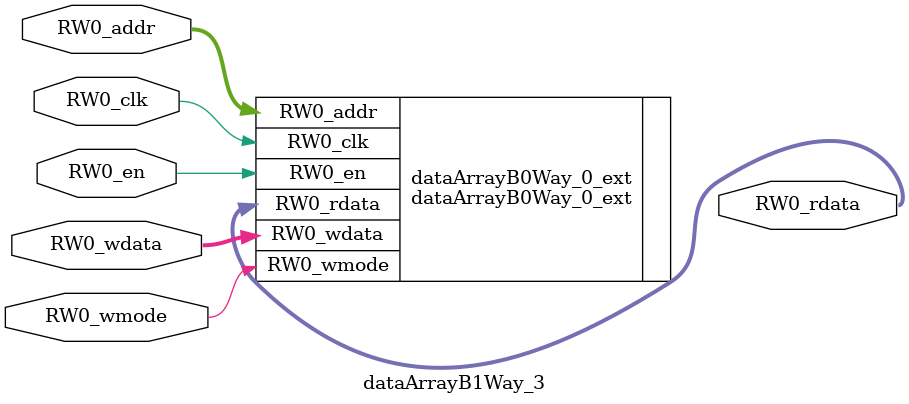
<source format=sv>
`ifndef RANDOMIZE
  `ifdef RANDOMIZE_REG_INIT
    `define RANDOMIZE
  `endif // RANDOMIZE_REG_INIT
`endif // not def RANDOMIZE
`ifndef RANDOMIZE
  `ifdef RANDOMIZE_MEM_INIT
    `define RANDOMIZE
  `endif // RANDOMIZE_MEM_INIT
`endif // not def RANDOMIZE

`ifndef RANDOM
  `define RANDOM $random
`endif // not def RANDOM

// Users can define 'PRINTF_COND' to add an extra gate to prints.
`ifndef PRINTF_COND_
  `ifdef PRINTF_COND
    `define PRINTF_COND_ (`PRINTF_COND)
  `else  // PRINTF_COND
    `define PRINTF_COND_ 1
  `endif // PRINTF_COND
`endif // not def PRINTF_COND_

// Users can define 'ASSERT_VERBOSE_COND' to add an extra gate to assert error printing.
`ifndef ASSERT_VERBOSE_COND_
  `ifdef ASSERT_VERBOSE_COND
    `define ASSERT_VERBOSE_COND_ (`ASSERT_VERBOSE_COND)
  `else  // ASSERT_VERBOSE_COND
    `define ASSERT_VERBOSE_COND_ 1
  `endif // ASSERT_VERBOSE_COND
`endif // not def ASSERT_VERBOSE_COND_

// Users can define 'STOP_COND' to add an extra gate to stop conditions.
`ifndef STOP_COND_
  `ifdef STOP_COND
    `define STOP_COND_ (`STOP_COND)
  `else  // STOP_COND
    `define STOP_COND_ 1
  `endif // STOP_COND
`endif // not def STOP_COND_

// Users can define INIT_RANDOM as general code that gets injected into the
// initializer block for modules with registers.
`ifndef INIT_RANDOM
  `define INIT_RANDOM
`endif // not def INIT_RANDOM

// If using random initialization, you can also define RANDOMIZE_DELAY to
// customize the delay used, otherwise 0.002 is used.
`ifndef RANDOMIZE_DELAY
  `define RANDOMIZE_DELAY 0.002
`endif // not def RANDOMIZE_DELAY

// Define INIT_RANDOM_PROLOG_ for use in our modules below.
`ifndef INIT_RANDOM_PROLOG_
  `ifdef RANDOMIZE
    `ifdef VERILATOR
      `define INIT_RANDOM_PROLOG_ `INIT_RANDOM
    `else  // VERILATOR
      `define INIT_RANDOM_PROLOG_ `INIT_RANDOM #`RANDOMIZE_DELAY begin end
    `endif // VERILATOR
  `else  // RANDOMIZE
    `define INIT_RANDOM_PROLOG_
  `endif // RANDOMIZE
`endif // not def INIT_RANDOM_PROLOG_

module dataArrayB1Way_3(	// @[DescribedSRAM.scala:17:26]
  input  [7:0]  RW0_addr,
  input         RW0_en,
                RW0_clk,
                RW0_wmode,
  input  [63:0] RW0_wdata,
  output [63:0] RW0_rdata
);

  dataArrayB0Way_0_ext dataArrayB0Way_0_ext (	// @[DescribedSRAM.scala:17:26]
    .RW0_addr  (RW0_addr),
    .RW0_en    (RW0_en),
    .RW0_clk   (RW0_clk),
    .RW0_wmode (RW0_wmode),
    .RW0_wdata (RW0_wdata),
    .RW0_rdata (RW0_rdata)
  );
endmodule


</source>
